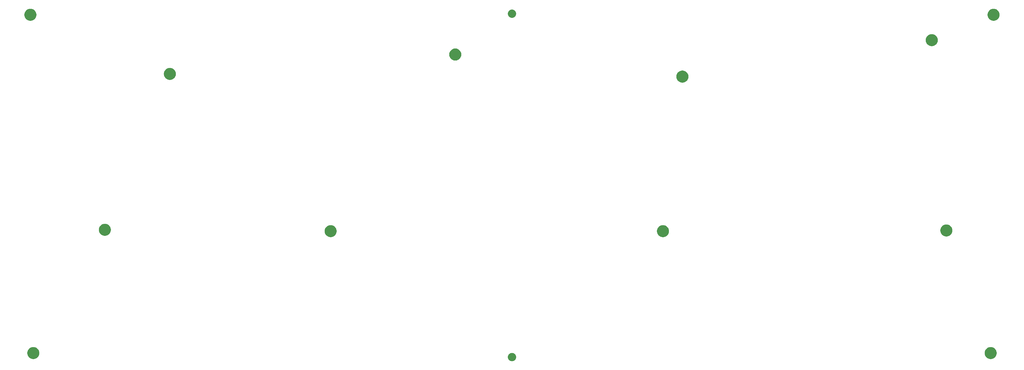
<source format=gbr>
%TF.GenerationSoftware,KiCad,Pcbnew,9.0.0*%
%TF.CreationDate,2025-03-11T22:48:04+00:00*%
%TF.ProjectId,base,62617365-2e6b-4696-9361-645f70636258,rev?*%
%TF.SameCoordinates,Original*%
%TF.FileFunction,Soldermask,Bot*%
%TF.FilePolarity,Negative*%
%FSLAX46Y46*%
G04 Gerber Fmt 4.6, Leading zero omitted, Abs format (unit mm)*
G04 Created by KiCad (PCBNEW 9.0.0) date 2025-03-11 22:48:04*
%MOMM*%
%LPD*%
G01*
G04 APERTURE LIST*
G04 APERTURE END LIST*
G36*
X205627272Y-166161327D02*
G01*
X205638480Y-166161327D01*
X205693678Y-166170069D01*
X205819324Y-166186611D01*
X205849979Y-166194825D01*
X205878864Y-166199400D01*
X205934410Y-166217448D01*
X206015257Y-166239111D01*
X206066840Y-166260477D01*
X206110332Y-166274609D01*
X206151076Y-166295369D01*
X206202660Y-166316736D01*
X206275143Y-166358584D01*
X206327185Y-166385101D01*
X206350845Y-166402291D01*
X206378329Y-166418159D01*
X206478864Y-166495302D01*
X206524084Y-166528156D01*
X206532009Y-166536081D01*
X206539256Y-166541642D01*
X206682693Y-166685079D01*
X206688253Y-166692325D01*
X206696180Y-166700252D01*
X206729037Y-166745476D01*
X206806176Y-166846006D01*
X206822042Y-166873487D01*
X206839235Y-166897151D01*
X206865754Y-166949198D01*
X206907599Y-167021675D01*
X206928963Y-167073252D01*
X206949727Y-167114004D01*
X206963860Y-167157501D01*
X206985224Y-167209078D01*
X207006883Y-167289912D01*
X207024936Y-167345472D01*
X207029511Y-167374362D01*
X207037724Y-167405011D01*
X207054264Y-167530645D01*
X207063009Y-167585856D01*
X207063009Y-167597064D01*
X207064202Y-167606126D01*
X207064202Y-167808965D01*
X207063009Y-167818026D01*
X207063009Y-167829236D01*
X207054263Y-167884451D01*
X207037724Y-168010080D01*
X207029512Y-168040726D01*
X207024936Y-168069620D01*
X207006881Y-168125184D01*
X206985224Y-168206013D01*
X206963861Y-168257585D01*
X206949727Y-168301088D01*
X206928961Y-168341843D01*
X206907599Y-168393416D01*
X206865758Y-168465884D01*
X206839235Y-168517941D01*
X206822039Y-168541608D01*
X206806176Y-168569085D01*
X206729051Y-168669596D01*
X206696180Y-168714840D01*
X206688249Y-168722770D01*
X206682693Y-168730012D01*
X206539256Y-168873449D01*
X206532014Y-168879005D01*
X206524084Y-168886936D01*
X206478840Y-168919807D01*
X206378329Y-168996932D01*
X206350852Y-169012795D01*
X206327185Y-169029991D01*
X206275128Y-169056514D01*
X206202660Y-169098355D01*
X206151087Y-169119717D01*
X206110332Y-169140483D01*
X206066829Y-169154617D01*
X206015257Y-169175980D01*
X205934428Y-169197637D01*
X205878864Y-169215692D01*
X205849970Y-169220268D01*
X205819324Y-169228480D01*
X205693692Y-169245020D01*
X205638480Y-169253765D01*
X205627271Y-169253765D01*
X205618210Y-169254958D01*
X205415370Y-169254958D01*
X205406309Y-169253765D01*
X205395100Y-169253765D01*
X205339889Y-169245020D01*
X205214255Y-169228480D01*
X205183606Y-169220267D01*
X205154716Y-169215692D01*
X205099156Y-169197639D01*
X205018322Y-169175980D01*
X204966745Y-169154616D01*
X204923248Y-169140483D01*
X204882496Y-169119719D01*
X204830919Y-169098355D01*
X204758442Y-169056510D01*
X204706395Y-169029991D01*
X204682731Y-169012798D01*
X204655250Y-168996932D01*
X204554720Y-168919793D01*
X204509496Y-168886936D01*
X204501569Y-168879009D01*
X204494323Y-168873449D01*
X204350886Y-168730012D01*
X204345325Y-168722765D01*
X204337400Y-168714840D01*
X204304546Y-168669620D01*
X204227403Y-168569085D01*
X204211535Y-168541601D01*
X204194345Y-168517941D01*
X204167828Y-168465899D01*
X204125980Y-168393416D01*
X204104613Y-168341832D01*
X204083853Y-168301088D01*
X204069721Y-168257596D01*
X204048355Y-168206013D01*
X204026692Y-168125166D01*
X204008644Y-168069620D01*
X204004069Y-168040735D01*
X203995855Y-168010080D01*
X203979314Y-167884437D01*
X203970571Y-167829236D01*
X203970571Y-167818026D01*
X203969378Y-167808965D01*
X203969378Y-167606126D01*
X203970571Y-167597064D01*
X203970571Y-167585856D01*
X203979313Y-167530659D01*
X203995855Y-167405011D01*
X204004069Y-167374353D01*
X204008644Y-167345472D01*
X204026690Y-167289929D01*
X204048355Y-167209078D01*
X204069723Y-167157490D01*
X204083853Y-167114004D01*
X204104611Y-167073263D01*
X204125980Y-167021675D01*
X204167832Y-166949183D01*
X204194345Y-166897151D01*
X204211532Y-166873494D01*
X204227403Y-166846006D01*
X204304560Y-166745452D01*
X204337400Y-166700252D01*
X204345322Y-166692329D01*
X204350886Y-166685079D01*
X204494323Y-166541642D01*
X204501573Y-166536078D01*
X204509496Y-166528156D01*
X204554696Y-166495316D01*
X204655250Y-166418159D01*
X204682738Y-166402288D01*
X204706395Y-166385101D01*
X204758427Y-166358588D01*
X204830919Y-166316736D01*
X204882507Y-166295367D01*
X204923248Y-166274609D01*
X204966734Y-166260479D01*
X205018322Y-166239111D01*
X205099173Y-166217446D01*
X205154716Y-166199400D01*
X205183597Y-166194825D01*
X205214255Y-166186611D01*
X205339903Y-166170069D01*
X205395100Y-166161327D01*
X205406308Y-166161327D01*
X205415370Y-166160134D01*
X205618210Y-166160134D01*
X205627272Y-166161327D01*
G37*
G36*
X27339148Y-163999798D02*
G01*
X27623560Y-164076006D01*
X27895592Y-164188685D01*
X28150589Y-164335908D01*
X28384187Y-164515155D01*
X28592391Y-164723359D01*
X28771638Y-164956957D01*
X28918861Y-165211954D01*
X29031540Y-165483986D01*
X29107748Y-165768398D01*
X29146180Y-166060324D01*
X29146180Y-166354768D01*
X29107748Y-166646694D01*
X29031540Y-166931106D01*
X28918861Y-167203138D01*
X28771638Y-167458135D01*
X28592391Y-167691733D01*
X28384187Y-167899937D01*
X28150589Y-168079184D01*
X27895592Y-168226407D01*
X27623560Y-168339086D01*
X27339148Y-168415294D01*
X27047222Y-168453726D01*
X26752778Y-168453726D01*
X26460852Y-168415294D01*
X26176440Y-168339086D01*
X25904408Y-168226407D01*
X25649411Y-168079184D01*
X25415813Y-167899937D01*
X25207609Y-167691733D01*
X25028362Y-167458135D01*
X24881139Y-167203138D01*
X24768460Y-166931106D01*
X24692252Y-166646694D01*
X24653820Y-166354768D01*
X24653820Y-166060324D01*
X24692252Y-165768398D01*
X24768460Y-165483986D01*
X24881139Y-165211954D01*
X25028362Y-164956957D01*
X25207609Y-164723359D01*
X25415813Y-164515155D01*
X25649411Y-164335908D01*
X25904408Y-164188685D01*
X26176440Y-164076006D01*
X26460852Y-163999798D01*
X26752778Y-163961366D01*
X27047222Y-163961366D01*
X27339148Y-163999798D01*
G37*
G36*
X384572729Y-163999798D02*
G01*
X384857141Y-164076006D01*
X385129173Y-164188685D01*
X385384170Y-164335908D01*
X385617768Y-164515155D01*
X385825972Y-164723359D01*
X386005219Y-164956957D01*
X386152442Y-165211954D01*
X386265121Y-165483986D01*
X386341329Y-165768398D01*
X386379761Y-166060324D01*
X386379761Y-166354768D01*
X386341329Y-166646694D01*
X386265121Y-166931106D01*
X386152442Y-167203138D01*
X386005219Y-167458135D01*
X385825972Y-167691733D01*
X385617768Y-167899937D01*
X385384170Y-168079184D01*
X385129173Y-168226407D01*
X384857141Y-168339086D01*
X384572729Y-168415294D01*
X384280803Y-168453726D01*
X383986359Y-168453726D01*
X383694433Y-168415294D01*
X383410021Y-168339086D01*
X383137989Y-168226407D01*
X382882992Y-168079184D01*
X382649394Y-167899937D01*
X382441190Y-167691733D01*
X382261943Y-167458135D01*
X382114720Y-167203138D01*
X382002041Y-166931106D01*
X381925833Y-166646694D01*
X381887401Y-166354768D01*
X381887401Y-166060324D01*
X381925833Y-165768398D01*
X382002041Y-165483986D01*
X382114720Y-165211954D01*
X382261943Y-164956957D01*
X382441190Y-164723359D01*
X382649394Y-164515155D01*
X382882992Y-164335908D01*
X383137989Y-164188685D01*
X383410021Y-164076006D01*
X383694433Y-163999798D01*
X383986359Y-163961366D01*
X384280803Y-163961366D01*
X384572729Y-163999798D01*
G37*
G36*
X138292379Y-118444252D02*
G01*
X138576791Y-118520460D01*
X138848823Y-118633139D01*
X139103820Y-118780362D01*
X139337418Y-118959609D01*
X139545622Y-119167813D01*
X139724869Y-119401411D01*
X139872092Y-119656408D01*
X139984771Y-119928440D01*
X140060979Y-120212852D01*
X140099411Y-120504778D01*
X140099411Y-120799222D01*
X140060979Y-121091148D01*
X139984771Y-121375560D01*
X139872092Y-121647592D01*
X139724869Y-121902589D01*
X139545622Y-122136187D01*
X139337418Y-122344391D01*
X139103820Y-122523638D01*
X138848823Y-122670861D01*
X138576791Y-122783540D01*
X138292379Y-122859748D01*
X138000453Y-122898180D01*
X137706009Y-122898180D01*
X137414083Y-122859748D01*
X137129671Y-122783540D01*
X136857639Y-122670861D01*
X136602642Y-122523638D01*
X136369044Y-122344391D01*
X136160840Y-122136187D01*
X135981593Y-121902589D01*
X135834370Y-121647592D01*
X135721691Y-121375560D01*
X135645483Y-121091148D01*
X135607051Y-120799222D01*
X135607051Y-120504778D01*
X135645483Y-120212852D01*
X135721691Y-119928440D01*
X135834370Y-119656408D01*
X135981593Y-119401411D01*
X136160840Y-119167813D01*
X136369044Y-118959609D01*
X136602642Y-118780362D01*
X136857639Y-118633139D01*
X137129671Y-118520460D01*
X137414083Y-118444252D01*
X137706009Y-118405820D01*
X138000453Y-118405820D01*
X138292379Y-118444252D01*
G37*
G36*
X262292379Y-118444252D02*
G01*
X262576791Y-118520460D01*
X262848823Y-118633139D01*
X263103820Y-118780362D01*
X263337418Y-118959609D01*
X263545622Y-119167813D01*
X263724869Y-119401411D01*
X263872092Y-119656408D01*
X263984771Y-119928440D01*
X264060979Y-120212852D01*
X264099411Y-120504778D01*
X264099411Y-120799222D01*
X264060979Y-121091148D01*
X263984771Y-121375560D01*
X263872092Y-121647592D01*
X263724869Y-121902589D01*
X263545622Y-122136187D01*
X263337418Y-122344391D01*
X263103820Y-122523638D01*
X262848823Y-122670861D01*
X262576791Y-122783540D01*
X262292379Y-122859748D01*
X262000453Y-122898180D01*
X261706009Y-122898180D01*
X261414083Y-122859748D01*
X261129671Y-122783540D01*
X260857639Y-122670861D01*
X260602642Y-122523638D01*
X260369044Y-122344391D01*
X260160840Y-122136187D01*
X259981593Y-121902589D01*
X259834370Y-121647592D01*
X259721691Y-121375560D01*
X259645483Y-121091148D01*
X259607051Y-120799222D01*
X259607051Y-120504778D01*
X259645483Y-120212852D01*
X259721691Y-119928440D01*
X259834370Y-119656408D01*
X259981593Y-119401411D01*
X260160840Y-119167813D01*
X260369044Y-118959609D01*
X260602642Y-118780362D01*
X260857639Y-118633139D01*
X261129671Y-118520460D01*
X261414083Y-118444252D01*
X261706009Y-118405820D01*
X262000453Y-118405820D01*
X262292379Y-118444252D01*
G37*
G36*
X368042379Y-118194252D02*
G01*
X368326791Y-118270460D01*
X368598823Y-118383139D01*
X368853820Y-118530362D01*
X369087418Y-118709609D01*
X369295622Y-118917813D01*
X369474869Y-119151411D01*
X369622092Y-119406408D01*
X369734771Y-119678440D01*
X369810979Y-119962852D01*
X369849411Y-120254778D01*
X369849411Y-120549222D01*
X369810979Y-120841148D01*
X369734771Y-121125560D01*
X369622092Y-121397592D01*
X369474869Y-121652589D01*
X369295622Y-121886187D01*
X369087418Y-122094391D01*
X368853820Y-122273638D01*
X368598823Y-122420861D01*
X368326791Y-122533540D01*
X368042379Y-122609748D01*
X367750453Y-122648180D01*
X367456009Y-122648180D01*
X367164083Y-122609748D01*
X366879671Y-122533540D01*
X366607639Y-122420861D01*
X366352642Y-122273638D01*
X366119044Y-122094391D01*
X365910840Y-121886187D01*
X365731593Y-121652589D01*
X365584370Y-121397592D01*
X365471691Y-121125560D01*
X365395483Y-120841148D01*
X365357051Y-120549222D01*
X365357051Y-120254778D01*
X365395483Y-119962852D01*
X365471691Y-119678440D01*
X365584370Y-119406408D01*
X365731593Y-119151411D01*
X365910840Y-118917813D01*
X366119044Y-118709609D01*
X366352642Y-118530362D01*
X366607639Y-118383139D01*
X366879671Y-118270460D01*
X367164083Y-118194252D01*
X367456009Y-118155820D01*
X367750453Y-118155820D01*
X368042379Y-118194252D01*
G37*
G36*
X54042379Y-117944252D02*
G01*
X54326791Y-118020460D01*
X54598823Y-118133139D01*
X54853820Y-118280362D01*
X55087418Y-118459609D01*
X55295622Y-118667813D01*
X55474869Y-118901411D01*
X55622092Y-119156408D01*
X55734771Y-119428440D01*
X55810979Y-119712852D01*
X55849411Y-120004778D01*
X55849411Y-120299222D01*
X55810979Y-120591148D01*
X55734771Y-120875560D01*
X55622092Y-121147592D01*
X55474869Y-121402589D01*
X55295622Y-121636187D01*
X55087418Y-121844391D01*
X54853820Y-122023638D01*
X54598823Y-122170861D01*
X54326791Y-122283540D01*
X54042379Y-122359748D01*
X53750453Y-122398180D01*
X53456009Y-122398180D01*
X53164083Y-122359748D01*
X52879671Y-122283540D01*
X52607639Y-122170861D01*
X52352642Y-122023638D01*
X52119044Y-121844391D01*
X51910840Y-121636187D01*
X51731593Y-121402589D01*
X51584370Y-121147592D01*
X51471691Y-120875560D01*
X51395483Y-120591148D01*
X51357051Y-120299222D01*
X51357051Y-120004778D01*
X51395483Y-119712852D01*
X51471691Y-119428440D01*
X51584370Y-119156408D01*
X51731593Y-118901411D01*
X51910840Y-118667813D01*
X52119044Y-118459609D01*
X52352642Y-118280362D01*
X52607639Y-118133139D01*
X52879671Y-118020460D01*
X53164083Y-117944252D01*
X53456009Y-117905820D01*
X53750453Y-117905820D01*
X54042379Y-117944252D01*
G37*
G36*
X269542379Y-60694252D02*
G01*
X269826791Y-60770460D01*
X270098823Y-60883139D01*
X270353820Y-61030362D01*
X270587418Y-61209609D01*
X270795622Y-61417813D01*
X270974869Y-61651411D01*
X271122092Y-61906408D01*
X271234771Y-62178440D01*
X271310979Y-62462852D01*
X271349411Y-62754778D01*
X271349411Y-63049222D01*
X271310979Y-63341148D01*
X271234771Y-63625560D01*
X271122092Y-63897592D01*
X270974869Y-64152589D01*
X270795622Y-64386187D01*
X270587418Y-64594391D01*
X270353820Y-64773638D01*
X270098823Y-64920861D01*
X269826791Y-65033540D01*
X269542379Y-65109748D01*
X269250453Y-65148180D01*
X268956009Y-65148180D01*
X268664083Y-65109748D01*
X268379671Y-65033540D01*
X268107639Y-64920861D01*
X267852642Y-64773638D01*
X267619044Y-64594391D01*
X267410840Y-64386187D01*
X267231593Y-64152589D01*
X267084370Y-63897592D01*
X266971691Y-63625560D01*
X266895483Y-63341148D01*
X266857051Y-63049222D01*
X266857051Y-62754778D01*
X266895483Y-62462852D01*
X266971691Y-62178440D01*
X267084370Y-61906408D01*
X267231593Y-61651411D01*
X267410840Y-61417813D01*
X267619044Y-61209609D01*
X267852642Y-61030362D01*
X268107639Y-60883139D01*
X268379671Y-60770460D01*
X268664083Y-60694252D01*
X268956009Y-60655820D01*
X269250453Y-60655820D01*
X269542379Y-60694252D01*
G37*
G36*
X78292379Y-59694252D02*
G01*
X78576791Y-59770460D01*
X78848823Y-59883139D01*
X79103820Y-60030362D01*
X79337418Y-60209609D01*
X79545622Y-60417813D01*
X79724869Y-60651411D01*
X79872092Y-60906408D01*
X79984771Y-61178440D01*
X80060979Y-61462852D01*
X80099411Y-61754778D01*
X80099411Y-62049222D01*
X80060979Y-62341148D01*
X79984771Y-62625560D01*
X79872092Y-62897592D01*
X79724869Y-63152589D01*
X79545622Y-63386187D01*
X79337418Y-63594391D01*
X79103820Y-63773638D01*
X78848823Y-63920861D01*
X78576791Y-64033540D01*
X78292379Y-64109748D01*
X78000453Y-64148180D01*
X77706009Y-64148180D01*
X77414083Y-64109748D01*
X77129671Y-64033540D01*
X76857639Y-63920861D01*
X76602642Y-63773638D01*
X76369044Y-63594391D01*
X76160840Y-63386187D01*
X75981593Y-63152589D01*
X75834370Y-62897592D01*
X75721691Y-62625560D01*
X75645483Y-62341148D01*
X75607051Y-62049222D01*
X75607051Y-61754778D01*
X75645483Y-61462852D01*
X75721691Y-61178440D01*
X75834370Y-60906408D01*
X75981593Y-60651411D01*
X76160840Y-60417813D01*
X76369044Y-60209609D01*
X76602642Y-60030362D01*
X76857639Y-59883139D01*
X77129671Y-59770460D01*
X77414083Y-59694252D01*
X77706009Y-59655820D01*
X78000453Y-59655820D01*
X78292379Y-59694252D01*
G37*
G36*
X184792379Y-52444252D02*
G01*
X185076791Y-52520460D01*
X185348823Y-52633139D01*
X185603820Y-52780362D01*
X185837418Y-52959609D01*
X186045622Y-53167813D01*
X186224869Y-53401411D01*
X186372092Y-53656408D01*
X186484771Y-53928440D01*
X186560979Y-54212852D01*
X186599411Y-54504778D01*
X186599411Y-54799222D01*
X186560979Y-55091148D01*
X186484771Y-55375560D01*
X186372092Y-55647592D01*
X186224869Y-55902589D01*
X186045622Y-56136187D01*
X185837418Y-56344391D01*
X185603820Y-56523638D01*
X185348823Y-56670861D01*
X185076791Y-56783540D01*
X184792379Y-56859748D01*
X184500453Y-56898180D01*
X184206009Y-56898180D01*
X183914083Y-56859748D01*
X183629671Y-56783540D01*
X183357639Y-56670861D01*
X183102642Y-56523638D01*
X182869044Y-56344391D01*
X182660840Y-56136187D01*
X182481593Y-55902589D01*
X182334370Y-55647592D01*
X182221691Y-55375560D01*
X182145483Y-55091148D01*
X182107051Y-54799222D01*
X182107051Y-54504778D01*
X182145483Y-54212852D01*
X182221691Y-53928440D01*
X182334370Y-53656408D01*
X182481593Y-53401411D01*
X182660840Y-53167813D01*
X182869044Y-52959609D01*
X183102642Y-52780362D01*
X183357639Y-52633139D01*
X183629671Y-52520460D01*
X183914083Y-52444252D01*
X184206009Y-52405820D01*
X184500453Y-52405820D01*
X184792379Y-52444252D01*
G37*
G36*
X362598629Y-47069252D02*
G01*
X362883041Y-47145460D01*
X363155073Y-47258139D01*
X363410070Y-47405362D01*
X363643668Y-47584609D01*
X363851872Y-47792813D01*
X364031119Y-48026411D01*
X364178342Y-48281408D01*
X364291021Y-48553440D01*
X364367229Y-48837852D01*
X364405661Y-49129778D01*
X364405661Y-49424222D01*
X364367229Y-49716148D01*
X364291021Y-50000560D01*
X364178342Y-50272592D01*
X364031119Y-50527589D01*
X363851872Y-50761187D01*
X363643668Y-50969391D01*
X363410070Y-51148638D01*
X363155073Y-51295861D01*
X362883041Y-51408540D01*
X362598629Y-51484748D01*
X362306703Y-51523180D01*
X362012259Y-51523180D01*
X361720333Y-51484748D01*
X361435921Y-51408540D01*
X361163889Y-51295861D01*
X360908892Y-51148638D01*
X360675294Y-50969391D01*
X360467090Y-50761187D01*
X360287843Y-50527589D01*
X360140620Y-50272592D01*
X360027941Y-50000560D01*
X359951733Y-49716148D01*
X359913301Y-49424222D01*
X359913301Y-49129778D01*
X359951733Y-48837852D01*
X360027941Y-48553440D01*
X360140620Y-48281408D01*
X360287843Y-48026411D01*
X360467090Y-47792813D01*
X360675294Y-47584609D01*
X360908892Y-47405362D01*
X361163889Y-47258139D01*
X361435921Y-47145460D01*
X361720333Y-47069252D01*
X362012259Y-47030820D01*
X362306703Y-47030820D01*
X362598629Y-47069252D01*
G37*
G36*
X26253148Y-37606252D02*
G01*
X26537560Y-37682460D01*
X26809592Y-37795139D01*
X27064589Y-37942362D01*
X27298187Y-38121609D01*
X27506391Y-38329813D01*
X27685638Y-38563411D01*
X27832861Y-38818408D01*
X27945540Y-39090440D01*
X28021748Y-39374852D01*
X28060180Y-39666778D01*
X28060180Y-39961222D01*
X28021748Y-40253148D01*
X27945540Y-40537560D01*
X27832861Y-40809592D01*
X27685638Y-41064589D01*
X27506391Y-41298187D01*
X27298187Y-41506391D01*
X27064589Y-41685638D01*
X26809592Y-41832861D01*
X26537560Y-41945540D01*
X26253148Y-42021748D01*
X25961222Y-42060180D01*
X25666778Y-42060180D01*
X25374852Y-42021748D01*
X25090440Y-41945540D01*
X24818408Y-41832861D01*
X24563411Y-41685638D01*
X24329813Y-41506391D01*
X24121609Y-41298187D01*
X23942362Y-41064589D01*
X23795139Y-40809592D01*
X23682460Y-40537560D01*
X23606252Y-40253148D01*
X23567820Y-39961222D01*
X23567820Y-39666778D01*
X23606252Y-39374852D01*
X23682460Y-39090440D01*
X23795139Y-38818408D01*
X23942362Y-38563411D01*
X24121609Y-38329813D01*
X24329813Y-38121609D01*
X24563411Y-37942362D01*
X24818408Y-37795139D01*
X25090440Y-37682460D01*
X25374852Y-37606252D01*
X25666778Y-37567820D01*
X25961222Y-37567820D01*
X26253148Y-37606252D01*
G37*
G36*
X385658729Y-37606252D02*
G01*
X385943141Y-37682460D01*
X386215173Y-37795139D01*
X386470170Y-37942362D01*
X386703768Y-38121609D01*
X386911972Y-38329813D01*
X387091219Y-38563411D01*
X387238442Y-38818408D01*
X387351121Y-39090440D01*
X387427329Y-39374852D01*
X387465761Y-39666778D01*
X387465761Y-39961222D01*
X387427329Y-40253148D01*
X387351121Y-40537560D01*
X387238442Y-40809592D01*
X387091219Y-41064589D01*
X386911972Y-41298187D01*
X386703768Y-41506391D01*
X386470170Y-41685638D01*
X386215173Y-41832861D01*
X385943141Y-41945540D01*
X385658729Y-42021748D01*
X385366803Y-42060180D01*
X385072359Y-42060180D01*
X384780433Y-42021748D01*
X384496021Y-41945540D01*
X384223989Y-41832861D01*
X383968992Y-41685638D01*
X383735394Y-41506391D01*
X383527190Y-41298187D01*
X383347943Y-41064589D01*
X383200720Y-40809592D01*
X383088041Y-40537560D01*
X383011833Y-40253148D01*
X382973401Y-39961222D01*
X382973401Y-39666778D01*
X383011833Y-39374852D01*
X383088041Y-39090440D01*
X383200720Y-38818408D01*
X383347943Y-38563411D01*
X383527190Y-38329813D01*
X383735394Y-38121609D01*
X383968992Y-37942362D01*
X384223989Y-37795139D01*
X384496021Y-37682460D01*
X384780433Y-37606252D01*
X385072359Y-37567820D01*
X385366803Y-37567820D01*
X385658729Y-37606252D01*
G37*
G36*
X205627272Y-37853781D02*
G01*
X205638480Y-37853781D01*
X205693678Y-37862523D01*
X205819324Y-37879065D01*
X205849979Y-37887279D01*
X205878864Y-37891854D01*
X205934410Y-37909902D01*
X206015257Y-37931565D01*
X206066840Y-37952931D01*
X206110332Y-37967063D01*
X206151076Y-37987823D01*
X206202660Y-38009190D01*
X206275143Y-38051038D01*
X206327185Y-38077555D01*
X206350845Y-38094745D01*
X206378329Y-38110613D01*
X206478864Y-38187756D01*
X206524084Y-38220610D01*
X206532009Y-38228535D01*
X206539256Y-38234096D01*
X206682693Y-38377533D01*
X206688253Y-38384779D01*
X206696180Y-38392706D01*
X206729037Y-38437930D01*
X206806176Y-38538460D01*
X206822042Y-38565941D01*
X206839235Y-38589605D01*
X206865754Y-38641652D01*
X206907599Y-38714129D01*
X206928963Y-38765706D01*
X206949727Y-38806458D01*
X206963860Y-38849955D01*
X206985224Y-38901532D01*
X207006883Y-38982366D01*
X207024936Y-39037926D01*
X207029511Y-39066816D01*
X207037724Y-39097465D01*
X207054264Y-39223099D01*
X207063009Y-39278310D01*
X207063009Y-39289518D01*
X207064202Y-39298580D01*
X207064202Y-39501419D01*
X207063009Y-39510480D01*
X207063009Y-39521690D01*
X207054263Y-39576905D01*
X207037724Y-39702534D01*
X207029512Y-39733180D01*
X207024936Y-39762074D01*
X207006881Y-39817638D01*
X206985224Y-39898467D01*
X206963861Y-39950039D01*
X206949727Y-39993542D01*
X206928961Y-40034297D01*
X206907599Y-40085870D01*
X206865758Y-40158338D01*
X206839235Y-40210395D01*
X206822039Y-40234062D01*
X206806176Y-40261539D01*
X206729051Y-40362050D01*
X206696180Y-40407294D01*
X206688249Y-40415224D01*
X206682693Y-40422466D01*
X206539256Y-40565903D01*
X206532014Y-40571459D01*
X206524084Y-40579390D01*
X206478840Y-40612261D01*
X206378329Y-40689386D01*
X206350852Y-40705249D01*
X206327185Y-40722445D01*
X206275128Y-40748968D01*
X206202660Y-40790809D01*
X206151087Y-40812171D01*
X206110332Y-40832937D01*
X206066829Y-40847071D01*
X206015257Y-40868434D01*
X205934428Y-40890091D01*
X205878864Y-40908146D01*
X205849970Y-40912722D01*
X205819324Y-40920934D01*
X205693692Y-40937474D01*
X205638480Y-40946219D01*
X205627271Y-40946219D01*
X205618210Y-40947412D01*
X205415370Y-40947412D01*
X205406309Y-40946219D01*
X205395100Y-40946219D01*
X205339889Y-40937474D01*
X205214255Y-40920934D01*
X205183606Y-40912721D01*
X205154716Y-40908146D01*
X205099156Y-40890093D01*
X205018322Y-40868434D01*
X204966745Y-40847070D01*
X204923248Y-40832937D01*
X204882496Y-40812173D01*
X204830919Y-40790809D01*
X204758442Y-40748964D01*
X204706395Y-40722445D01*
X204682731Y-40705252D01*
X204655250Y-40689386D01*
X204554720Y-40612247D01*
X204509496Y-40579390D01*
X204501569Y-40571463D01*
X204494323Y-40565903D01*
X204350886Y-40422466D01*
X204345325Y-40415219D01*
X204337400Y-40407294D01*
X204304546Y-40362074D01*
X204227403Y-40261539D01*
X204211535Y-40234055D01*
X204194345Y-40210395D01*
X204167828Y-40158353D01*
X204125980Y-40085870D01*
X204104613Y-40034286D01*
X204083853Y-39993542D01*
X204069721Y-39950050D01*
X204048355Y-39898467D01*
X204026692Y-39817620D01*
X204008644Y-39762074D01*
X204004069Y-39733189D01*
X203995855Y-39702534D01*
X203979314Y-39576891D01*
X203970571Y-39521690D01*
X203970571Y-39510480D01*
X203969378Y-39501419D01*
X203969378Y-39298580D01*
X203970571Y-39289518D01*
X203970571Y-39278310D01*
X203979313Y-39223113D01*
X203995855Y-39097465D01*
X204004069Y-39066807D01*
X204008644Y-39037926D01*
X204026690Y-38982383D01*
X204048355Y-38901532D01*
X204069723Y-38849944D01*
X204083853Y-38806458D01*
X204104611Y-38765717D01*
X204125980Y-38714129D01*
X204167832Y-38641637D01*
X204194345Y-38589605D01*
X204211532Y-38565948D01*
X204227403Y-38538460D01*
X204304560Y-38437906D01*
X204337400Y-38392706D01*
X204345322Y-38384783D01*
X204350886Y-38377533D01*
X204494323Y-38234096D01*
X204501573Y-38228532D01*
X204509496Y-38220610D01*
X204554696Y-38187770D01*
X204655250Y-38110613D01*
X204682738Y-38094742D01*
X204706395Y-38077555D01*
X204758427Y-38051042D01*
X204830919Y-38009190D01*
X204882507Y-37987821D01*
X204923248Y-37967063D01*
X204966734Y-37952933D01*
X205018322Y-37931565D01*
X205099173Y-37909900D01*
X205154716Y-37891854D01*
X205183597Y-37887279D01*
X205214255Y-37879065D01*
X205339903Y-37862523D01*
X205395100Y-37853781D01*
X205406308Y-37853781D01*
X205415370Y-37852588D01*
X205618210Y-37852588D01*
X205627272Y-37853781D01*
G37*
M02*

</source>
